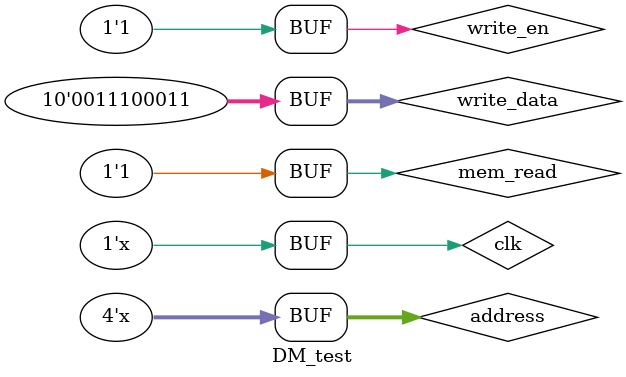
<source format=v>
`timescale 1ns / 1ps


module DM_test();
    reg clk, write_en, mem_read;
    reg [3:0] address; reg [9:0] write_data;
    wire [9:0] read_data;
    
    DataMemory DM_test(.clk(clk), .write_en(write_en), .mem_read(mem_read), .address(address),
                        .write_data(write_data), .read_data(read_data));
    initial begin
        clk = 1;
        write_en = 0;
        mem_read = 0;
        write_data = 10'bxxxxxxxxxx;
        address = 4'b0000;
        
        #100
        write_en = 1;
        mem_read = 1;
        write_data = 10'b0010100101;
        
        #100
        write_en = 1;
        mem_read = 1;
        write_data = 10'b0011100011;
    end
    
    always begin
        #50 clk = ~clk;
    end
    
    always begin
        #100 address = address + 4'b0001;
    end   
endmodule

</source>
